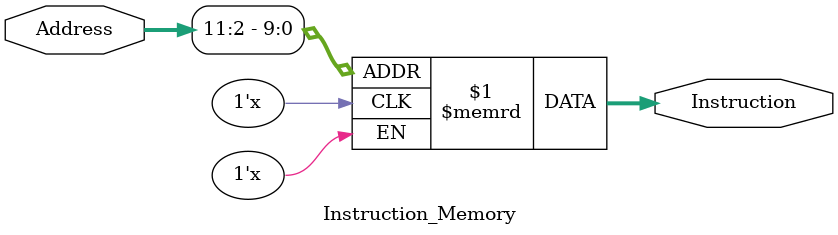
<source format=sv>
module Instruction_Memory (
    output reg [31:0] Instruction,
    input [31:0] Address
);
	logic [31:0] data_memory [0:1023];

	assign Instruction = data_memory[Address[11:2]];

endmodule




</source>
